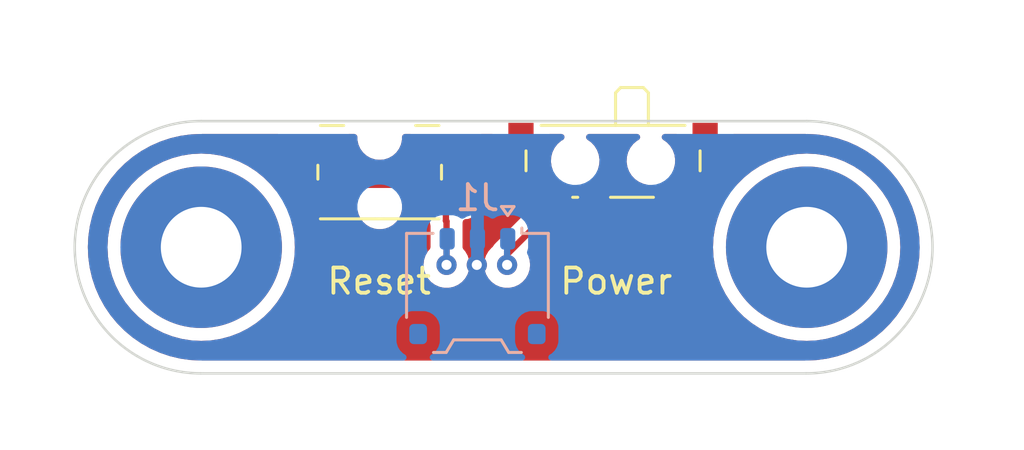
<source format=kicad_pcb>
(kicad_pcb (version 20211014) (generator pcbnew)
  (layers (0 "F.Cu" signal) (31 "B.Cu" signal) (34 "B.Paste" user) (35 "F.Paste" user) (36 "B.SilkS" user "B.Silkscreen") (37 "F.SilkS" user "F.Silkscreen") (38 "B.Mask" user) (39 "F.Mask" user) (44 "Edge.Cuts" user))
  (net 0 "")
  (net 1 "RESET")
  (net 2 "GND")
  (net 3 "BAT-")
  (footprint "MountingHole:MountingHole_3.2mm_M3_Pad" (layer "F.Cu") (at 159.15 86)
    (fp_text reference "H2" hide)
    (fp_text value "MountingHole")
    (pad "1" thru_hole circle (at 0 0) (size 6.4 6.4) (drill 3.2) (layers *.Cu *.Mask))
  )
  (footprint "Button_Switch_SMD:SW_SPDT_PCM12" (layer "F.Cu") (at 151.475 82.9 180)
    (fp_text reference "SW2" hide)
    (fp_text value "Power" (at -0.125 -4.45) (layer "F.SilkS"))
    (fp_line (start -1.4 1.73) (end -1.4 3.02) (layer "F.SilkS") (width 0.12))
    (fp_line (start 3.45 0.72) (end 3.45 -0.07) (layer "F.SilkS") (width 0.12))
    (fp_line (start -2.85 1.73) (end 2.85 1.73) (layer "F.SilkS") (width 0.12))
    (fp_line (start -3.45 -0.07) (end -3.45 0.72) (layer "F.SilkS") (width 0.12))
    (fp_line (start -1.4 3.02) (end -1.2 3.23) (layer "F.SilkS") (width 0.12))
    (fp_line (start -1.6 -1.12) (end 0.1 -1.12) (layer "F.SilkS") (width 0.12))
    (fp_line (start -1.2 3.23) (end -0.3 3.23) (layer "F.SilkS") (width 0.12))
    (fp_line (start -0.1 3.02) (end -0.1 1.73) (layer "F.SilkS") (width 0.12))
    (fp_line (start -0.1 3.02) (end -0.3 3.23) (layer "F.SilkS") (width 0.12))
    (fp_line (start 1.4 -1.12) (end 1.6 -1.12) (layer "F.SilkS") (width 0.12))
    (pad "" smd rect (at -3.65 -0.78 180) (size 1 0.8) (layers "F.Cu" "F.Paste" "F.Mask"))
    (pad "" smd rect (at -3.65 1.43 180) (size 1 0.8) (layers "F.Cu" "F.Paste" "F.Mask"))
    (pad "" np_thru_hole circle (at -1.5 0.33 180) (size 0.9 0.9) (drill 0.9) (layers *.Cu *.Mask))
    (pad "" smd rect (at 3.65 1.43 180) (size 1 0.8) (layers "F.Cu" "F.Paste" "F.Mask"))
    (pad "" smd rect (at 3.65 -0.78 180) (size 1 0.8) (layers "F.Cu" "F.Paste" "F.Mask"))
    (pad "" np_thru_hole circle (at 1.5 0.33 180) (size 0.9 0.9) (drill 0.9) (layers *.Cu *.Mask))
    (pad "1" smd rect (at -2.25 -1.43 180) (size 0.7 1.5) (layers "F.Cu" "F.Paste" "F.Mask"))
    (pad "2" smd rect (at 0.75 -1.43 180) (size 0.7 1.5) (layers "F.Cu" "F.Paste" "F.Mask") (net 2 "GND"))
    (pad "3" smd rect (at 2.25 -1.43 180) (size 0.7 1.5) (layers "F.Cu" "F.Paste" "F.Mask") (net 3 "BAT-"))
  )
  (footprint "Button_Switch_SMD:Panasonic_EVQPUL_EVQPUC" (layer "F.Cu") (at 142.225 83.025)
    (fp_text reference "SW1" hide)
    (fp_text value "Reset" (at -0.025 4.325) (layer "F.SilkS"))
    (fp_line (start -2.45 0.275) (end -2.45 -0.275) (layer "F.SilkS") (width 0.12))
    (fp_line (start 2.35 -1.85) (end 1.425 -1.85) (layer "F.SilkS") (width 0.12))
    (fp_line (start 2.45 0.275) (end 2.45 -0.275) (layer "F.SilkS") (width 0.12))
    (fp_line (start 2.35 1.85) (end -2.35 1.85) (layer "F.SilkS") (width 0.12))
    (fp_line (start -1.425 -1.85) (end -2.35 -1.85) (layer "F.SilkS") (width 0.12))
    (pad "" np_thru_hole circle (at 0 1.375 180) (size 0.75 0.75) (drill 0.75) (layers *.Cu *.Mask))
    (pad "" np_thru_hole circle (at 0 -1.375 180) (size 0.75 0.75) (drill 0.75) (layers *.Cu *.Mask))
    (pad "1" smd rect (at -2.625 -0.85 180) (size 1.55 1) (layers "F.Cu" "F.Paste" "F.Mask") (net 2 "GND"))
    (pad "1" smd rect (at 2.625 -0.85 180) (size 1.55 1) (layers "F.Cu" "F.Paste" "F.Mask") (net 2 "GND"))
    (pad "2" smd rect (at -2.625 0.85 180) (size 1.55 1) (layers "F.Cu" "F.Paste" "F.Mask") (net 1 "RESET"))
    (pad "2" smd rect (at 2.625 0.85 180) (size 1.55 1) (layers "F.Cu" "F.Paste" "F.Mask") (net 1 "RESET"))
  )
  (footprint "MountingHole:MountingHole_3.2mm_M3_Pad" (layer "F.Cu") (at 135.15 86)
    (fp_text reference "H1" hide)
    (fp_text value "MountingHole")
    (pad "1" thru_hole circle (at 0 0) (size 6.4 6.4) (drill 3.2) (layers *.Cu *.Mask))
  )
  (footprint "Connector_Molex:Molex_Pico-EZmate_78171-0003_1x03-1MP_P1.20mm_Vertical" (layer "B.Cu") (at 146.1 87.540724 180)
    (fp_text reference "J1" (at 0 3.5) (layer "B.SilkS") (effects (justify mirror)))
    (fp_text value "Conn_01x03_Female")
    (fp_line (start -1.24 -2.63) (end -0.94 -2.13) (layer "B.SilkS") (width 0.12))
    (fp_line (start -1.74 -2.63) (end -1.24 -2.63) (layer "B.SilkS") (width 0.12))
    (fp_line (start 2.81 -1.24) (end 2.81 2.09) (layer "B.SilkS") (width 0.12))
    (fp_line (start -0.95 3.153553) (end -1.45 3.153553) (layer "B.SilkS") (width 0.12))
    (fp_line (start -1.2 2.8) (end -0.95 3.153553) (layer "B.SilkS") (width 0.12))
    (fp_line (start -2.81 2.09) (end -1.76 2.09) (layer "B.SilkS") (width 0.12))
    (fp_line (start 2.81 2.09) (end 1.76 2.09) (layer "B.SilkS") (width 0.12))
    (fp_line (start -1.76 2.09) (end -1.76 2.3) (layer "B.SilkS") (width 0.12))
    (fp_line (start -0.94 -2.13) (end 0.94 -2.13) (layer "B.SilkS") (width 0.12))
    (fp_line (start 0.94 -2.13) (end 1.24 -2.63) (layer "B.SilkS") (width 0.12))
    (fp_line (start -2.81 -1.24) (end -2.81 2.09) (layer "B.SilkS") (width 0.12))
    (fp_line (start 1.24 -2.63) (end 1.74 -2.63) (layer "B.SilkS") (width 0.12))
    (fp_line (start -1.45 3.153553) (end -1.2 2.8) (layer "B.SilkS") (width 0.12))
    (pad "1" smd roundrect (at -1.2 1.875 180) (size 0.6 0.85) (layers "B.Cu" "B.Paste" "B.Mask") (net 3 "BAT-"))
    (pad "2" smd roundrect (at 0 1.875 180) (size 0.6 0.85) (layers "B.Cu" "B.Paste" "B.Mask") (net 2 "GND"))
    (pad "3" smd roundrect (at 1.2 1.875 180) (size 0.6 0.85) (layers "B.Cu" "B.Paste" "B.Mask") (net 1 "RESET"))
    (pad "MP" smd roundrect (at 2.35 -1.9 180) (size 0.7 0.8) (layers "B.Cu" "B.Paste" "B.Mask"))
    (pad "MP" smd roundrect (at -2.35 -1.9 180) (size 0.7 0.8) (layers "B.Cu" "B.Paste" "B.Mask"))
  )
  (gr_arc (start 159.15 81) (mid 164.137873 86.0125) (end 159.125 91) (layer "Edge.Cuts") (width 0.1))
  (gr_line (start 159.15 81) (end 135.15 81) (layer "Edge.Cuts") (width 0.1))
  (gr_arc (start 135.125 91) (mid 130.148393 85.987527) (end 135.15 81) (layer "Edge.Cuts") (width 0.1))
  (gr_line (start 159.125 91) (end 135.125 91) (layer "Edge.Cuts") (width 0.1))
  (segment (start 144.85 83.875) (end 143.45 83.875) (width 0.25) (layer "F.Cu") (net 1))
  (segment (start 144.875 86.7) (end 144.875 84.975) (width 0.25) (layer "F.Cu") (net 1))
  (segment (start 144.85 84.95) (end 144.85 83.875) (width 0.25) (layer "F.Cu") (net 1))
  (segment (start 144.875 84.975) (end 144.85 84.95) (width 0.25) (layer "F.Cu") (net 1))
  (segment (start 141.075 83.875) (end 139.6 83.875) (width 0.25) (layer "F.Cu") (net 1))
  (segment (start 141.425 83.525) (end 141.075 83.875) (width 0.25) (layer "F.Cu") (net 1))
  (segment (start 143.1 83.525) (end 141.425 83.525) (width 0.25) (layer "F.Cu") (net 1))
  (segment (start 143.45 83.875) (end 143.1 83.525) (width 0.25) (layer "F.Cu") (net 1))
  (via (at 144.875 86.7) (size 0.8) (drill 0.4) (layers "F.Cu" "B.Cu") (net 1))
  (segment (start 144.875 86.7) (end 144.875 85.690724) (width 0.25) (layer "B.Cu") (net 1))
  (segment (start 144.875 85.690724) (end 144.9 85.665724) (width 0.25) (layer "B.Cu") (net 1))
  (segment (start 146.075 86.7) (end 146.075 83.375) (width 0.25) (layer "F.Cu") (net 2))
  (segment (start 146.075 83.125) (end 145.125 82.175) (width 0.25) (layer "F.Cu") (net 2))
  (segment (start 145.125 82.175) (end 144.85 82.175) (width 0.25) (layer "F.Cu") (net 2))
  (segment (start 146.075 83.375) (end 146.075 83.125) (width 0.25) (layer "F.Cu") (net 2))
  (via (at 146.075 86.7) (size 0.8) (drill 0.4) (layers "F.Cu" "B.Cu") (net 2))
  (segment (start 146.075 86.7) (end 146.1 86.725) (width 0.25) (layer "B.Cu") (net 2))
  (segment (start 147.275 86.28) (end 149.225 84.33) (width 0.25) (layer "F.Cu") (net 3))
  (segment (start 147.275 86.7) (end 147.275 86.28) (width 0.25) (layer "F.Cu") (net 3))
  (via (at 147.275 86.7) (size 0.8) (drill 0.4) (layers "F.Cu" "B.Cu") (net 3))
  (segment (start 147.275 85.690724) (end 147.3 85.665724) (width 0.25) (layer "B.Cu") (net 3))
  (segment (start 147.275 86.7) (end 147.275 85.690724) (width 0.25) (layer "B.Cu") (net 3))
  (zone (net 2) (net_name "GND") (layers F&B.Cu) (connect_pads (clearance 0.508)) (min_thickness 0.254) (fill yes (thermal_gap 0.508) (thermal_bridge_width 0.508))
    (polygon (pts (xy 167.775 94.05) (xy 127.175 93.75) (xy 127.5 76.425) (xy 167.325 76.2)))
  )
)
</source>
